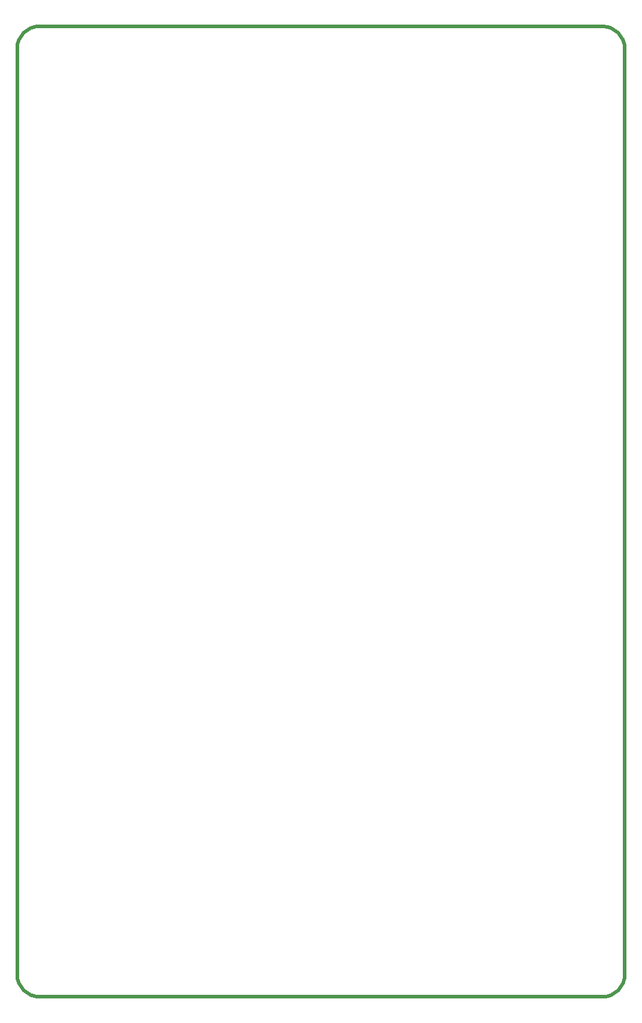
<source format=gbr>
G04 (created by PCBNEW (2013-07-07 BZR 4022)-stable) date 29/10/2014 08:44:18 a.m.*
%MOIN*%
G04 Gerber Fmt 3.4, Leading zero omitted, Abs format*
%FSLAX34Y34*%
G01*
G70*
G90*
G04 APERTURE LIST*
%ADD10C,0.00590551*%
%ADD11C,0.02*%
%ADD12C,0.00393701*%
G04 APERTURE END LIST*
G54D10*
G54D11*
X104438Y-29488D02*
X73100Y-29488D01*
X105679Y-82194D02*
X105679Y-30728D01*
X104438Y-83435D02*
X73110Y-83435D01*
G54D12*
X71889Y-82204D02*
X71889Y-82214D01*
G54D11*
X71889Y-30718D02*
X71889Y-82204D01*
X105679Y-30728D02*
G75*
G03X104438Y-29488I-1240J0D01*
G74*
G01*
X73125Y-83430D02*
G75*
G02X71884Y-82189I0J1240D01*
G74*
G01*
X71884Y-30723D02*
G75*
G02X73125Y-29483I1240J0D01*
G74*
G01*
X104438Y-83435D02*
G75*
G03X105679Y-82194I0J1240D01*
G74*
G01*
M02*

</source>
